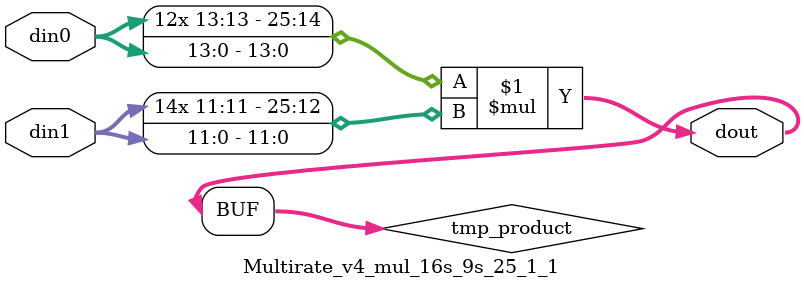
<source format=v>

`timescale 1 ns / 1 ps

 module Multirate_v4_mul_16s_9s_25_1_1(din0, din1, dout);
parameter ID = 1;
parameter NUM_STAGE = 0;
parameter din0_WIDTH = 14;
parameter din1_WIDTH = 12;
parameter dout_WIDTH = 26;

input [din0_WIDTH - 1 : 0] din0; 
input [din1_WIDTH - 1 : 0] din1; 
output [dout_WIDTH - 1 : 0] dout;

wire signed [dout_WIDTH - 1 : 0] tmp_product;



























assign tmp_product = $signed(din0) * $signed(din1);








assign dout = tmp_product;





















endmodule

</source>
